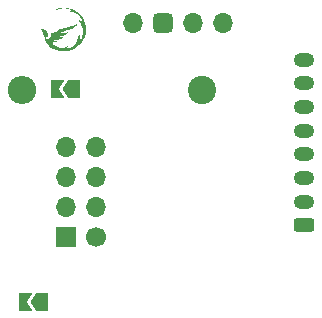
<source format=gbr>
%TF.GenerationSoftware,KiCad,Pcbnew,(6.0.7)*%
%TF.CreationDate,2022-11-17T23:55:45-05:00*%
%TF.ProjectId,SB Quick connect,53422051-7569-4636-9b20-636f6e6e6563,2.0*%
%TF.SameCoordinates,Original*%
%TF.FileFunction,Soldermask,Bot*%
%TF.FilePolarity,Negative*%
%FSLAX46Y46*%
G04 Gerber Fmt 4.6, Leading zero omitted, Abs format (unit mm)*
G04 Created by KiCad (PCBNEW (6.0.7)) date 2022-11-17 23:55:45*
%MOMM*%
%LPD*%
G01*
G04 APERTURE LIST*
G04 Aperture macros list*
%AMRoundRect*
0 Rectangle with rounded corners*
0 $1 Rounding radius*
0 $2 $3 $4 $5 $6 $7 $8 $9 X,Y pos of 4 corners*
0 Add a 4 corners polygon primitive as box body*
4,1,4,$2,$3,$4,$5,$6,$7,$8,$9,$2,$3,0*
0 Add four circle primitives for the rounded corners*
1,1,$1+$1,$2,$3*
1,1,$1+$1,$4,$5*
1,1,$1+$1,$6,$7*
1,1,$1+$1,$8,$9*
0 Add four rect primitives between the rounded corners*
20,1,$1+$1,$2,$3,$4,$5,0*
20,1,$1+$1,$4,$5,$6,$7,0*
20,1,$1+$1,$6,$7,$8,$9,0*
20,1,$1+$1,$8,$9,$2,$3,0*%
%AMFreePoly0*
4,1,6,0.500000,-0.750000,-0.650000,-0.750000,-0.150000,0.000000,-0.650000,0.750000,0.500000,0.750000,0.500000,-0.750000,0.500000,-0.750000,$1*%
%AMFreePoly1*
4,1,6,1.000000,0.000000,0.500000,-0.750000,-0.500000,-0.750000,-0.500000,0.750000,0.500000,0.750000,1.000000,0.000000,1.000000,0.000000,$1*%
G04 Aperture macros list end*
%ADD10O,1.700000X1.700000*%
%ADD11RoundRect,0.425000X-0.425000X0.425000X-0.425000X-0.425000X0.425000X-0.425000X0.425000X0.425000X0*%
%ADD12O,1.750000X1.200000*%
%ADD13RoundRect,0.300000X0.575000X-0.300000X0.575000X0.300000X-0.575000X0.300000X-0.575000X-0.300000X0*%
%ADD14O,2.400000X2.400000*%
%ADD15C,2.400000*%
%ADD16C,1.700000*%
%ADD17R,1.700000X1.700000*%
%ADD18FreePoly0,180.000000*%
%ADD19FreePoly1,180.000000*%
G04 APERTURE END LIST*
%TO.C,G\u002A\u002A\u002A*%
G36*
X71530419Y-21054503D02*
G01*
X71783220Y-21114928D01*
X71820207Y-21126978D01*
X72064387Y-21227488D01*
X72285774Y-21355810D01*
X72482793Y-21509483D01*
X72653867Y-21686047D01*
X72797421Y-21883041D01*
X72911879Y-22098006D01*
X72995665Y-22328480D01*
X73047202Y-22572003D01*
X73064916Y-22826114D01*
X73047229Y-23088354D01*
X73011760Y-23281338D01*
X72936040Y-23525837D01*
X72828316Y-23751093D01*
X72688394Y-23957496D01*
X72516076Y-24145436D01*
X72439779Y-24213851D01*
X72228246Y-24370101D01*
X71995127Y-24499618D01*
X71746347Y-24599400D01*
X71487830Y-24666445D01*
X71466952Y-24670066D01*
X71359980Y-24681347D01*
X71220050Y-24686406D01*
X71045184Y-24685328D01*
X70949636Y-24682913D01*
X70849038Y-24678655D01*
X70769825Y-24672195D01*
X70702863Y-24662447D01*
X70639018Y-24648327D01*
X70569156Y-24628748D01*
X70538233Y-24619237D01*
X70310163Y-24529902D01*
X70108621Y-24415190D01*
X69934508Y-24276086D01*
X69788727Y-24113574D01*
X69672182Y-23928639D01*
X69585773Y-23722266D01*
X69530405Y-23495440D01*
X69526815Y-23475502D01*
X69508354Y-23400373D01*
X69479455Y-23316983D01*
X69437125Y-23217427D01*
X69378372Y-23093800D01*
X69355063Y-23046692D01*
X69309361Y-22956170D01*
X69268766Y-22878076D01*
X69236993Y-22819499D01*
X69217760Y-22787525D01*
X69185827Y-22743106D01*
X69259799Y-22780691D01*
X69271308Y-22786254D01*
X69331622Y-22811524D01*
X69410084Y-22840604D01*
X69492754Y-22868253D01*
X69520543Y-22877197D01*
X69595532Y-22903352D01*
X69656967Y-22927574D01*
X69693677Y-22945564D01*
X69695497Y-22946788D01*
X69735566Y-22989280D01*
X69778470Y-23059592D01*
X69819752Y-23149311D01*
X69854957Y-23250025D01*
X69884660Y-23350138D01*
X69836559Y-23338066D01*
X69820585Y-23334276D01*
X69799322Y-23334514D01*
X69794495Y-23354040D01*
X69801234Y-23401612D01*
X69804184Y-23450428D01*
X69795984Y-23476476D01*
X69781064Y-23474491D01*
X69763962Y-23439823D01*
X69750653Y-23418075D01*
X69717942Y-23402415D01*
X69686242Y-23413979D01*
X69666545Y-23449925D01*
X69662580Y-23501710D01*
X69672722Y-23560561D01*
X69695347Y-23617703D01*
X69728827Y-23664362D01*
X69771540Y-23691764D01*
X69818703Y-23692387D01*
X69881365Y-23668384D01*
X69945191Y-23623934D01*
X69999990Y-23564706D01*
X70028940Y-23520929D01*
X70073899Y-23416306D01*
X70084666Y-23306993D01*
X70062492Y-23185396D01*
X70060794Y-23179282D01*
X70059884Y-23160820D01*
X70074100Y-23150390D01*
X70110871Y-23145231D01*
X70177621Y-23142581D01*
X70243376Y-23138227D01*
X70317310Y-23123796D01*
X70390142Y-23095781D01*
X70471450Y-23050308D01*
X70570816Y-22983500D01*
X70602014Y-22962530D01*
X70700903Y-22907248D01*
X70820411Y-22855620D01*
X70964719Y-22806156D01*
X71138005Y-22757368D01*
X71344448Y-22707764D01*
X71442879Y-22685393D01*
X71615558Y-22644539D01*
X71758225Y-22607839D01*
X71875424Y-22573638D01*
X71971700Y-22540281D01*
X72051597Y-22506113D01*
X72119659Y-22469479D01*
X72180431Y-22428725D01*
X72238457Y-22382195D01*
X72273484Y-22353624D01*
X72309885Y-22328120D01*
X72327386Y-22321682D01*
X72328520Y-22330460D01*
X72313867Y-22364170D01*
X72281966Y-22414920D01*
X72237911Y-22475833D01*
X72186796Y-22540028D01*
X72133713Y-22600626D01*
X72083757Y-22650747D01*
X72019463Y-22705339D01*
X71937851Y-22762940D01*
X71845842Y-22814577D01*
X71738119Y-22862577D01*
X71609367Y-22909266D01*
X71454271Y-22956971D01*
X71267515Y-23008019D01*
X71267406Y-23008048D01*
X71135565Y-23044728D01*
X71027303Y-23079297D01*
X70945907Y-23110496D01*
X70894660Y-23137068D01*
X70876848Y-23157751D01*
X70879879Y-23165545D01*
X70911301Y-23181182D01*
X70972763Y-23191394D01*
X71059230Y-23195564D01*
X71165666Y-23193075D01*
X71266065Y-23183991D01*
X71345558Y-23166526D01*
X71417070Y-23137536D01*
X71458970Y-23118409D01*
X71497799Y-23104942D01*
X71512784Y-23106012D01*
X71505540Y-23119973D01*
X71477823Y-23154271D01*
X71436461Y-23198178D01*
X71411214Y-23222088D01*
X71345558Y-23272935D01*
X71267441Y-23317403D01*
X71171903Y-23357404D01*
X71053980Y-23394847D01*
X70908709Y-23431644D01*
X70731128Y-23469703D01*
X70702076Y-23479858D01*
X70700333Y-23494136D01*
X70730099Y-23508566D01*
X70788392Y-23520503D01*
X70826230Y-23523128D01*
X70906001Y-23521263D01*
X70996879Y-23513378D01*
X71083373Y-23500972D01*
X71149993Y-23485542D01*
X71153203Y-23484581D01*
X71166079Y-23486242D01*
X71153879Y-23503447D01*
X71122247Y-23531805D01*
X71076826Y-23566926D01*
X71023258Y-23604418D01*
X70967187Y-23639892D01*
X70914256Y-23668957D01*
X70877064Y-23686882D01*
X70829983Y-23706537D01*
X70784334Y-23719276D01*
X70730407Y-23726868D01*
X70658493Y-23731080D01*
X70558881Y-23733682D01*
X70550450Y-23733864D01*
X70461787Y-23736897D01*
X70388136Y-23741388D01*
X70336961Y-23746760D01*
X70315729Y-23752438D01*
X70315184Y-23760251D01*
X70336464Y-23781780D01*
X70380685Y-23807027D01*
X70438935Y-23831935D01*
X70502304Y-23852446D01*
X70561882Y-23864505D01*
X70660804Y-23876221D01*
X70531383Y-23919878D01*
X70458522Y-23940744D01*
X70377215Y-23957221D01*
X70312086Y-23963535D01*
X70282005Y-23964251D01*
X70238129Y-23972439D01*
X70224338Y-23993299D01*
X70239629Y-24031213D01*
X70282997Y-24090560D01*
X70362825Y-24177546D01*
X70499374Y-24283305D01*
X70652697Y-24359889D01*
X70817934Y-24406546D01*
X70990222Y-24422524D01*
X71164702Y-24407073D01*
X71336512Y-24359439D01*
X71500792Y-24278872D01*
X71540372Y-24255992D01*
X71581149Y-24236147D01*
X71600419Y-24231975D01*
X71600761Y-24232483D01*
X71589697Y-24248548D01*
X71555762Y-24278570D01*
X71506847Y-24316641D01*
X71450841Y-24356855D01*
X71395637Y-24393305D01*
X71349124Y-24420085D01*
X71316285Y-24438209D01*
X71291678Y-24459297D01*
X71301836Y-24469754D01*
X71345965Y-24469184D01*
X71423270Y-24457189D01*
X71626193Y-24408002D01*
X71819421Y-24334667D01*
X71983490Y-24239486D01*
X72119867Y-24120869D01*
X72230023Y-23977223D01*
X72315427Y-23806958D01*
X72377548Y-23608483D01*
X72417856Y-23380207D01*
X72424309Y-23327895D01*
X72433163Y-23261264D01*
X72439950Y-23225432D01*
X72446244Y-23216339D01*
X72453620Y-23229927D01*
X72463651Y-23262135D01*
X72496647Y-23398348D01*
X72516029Y-23562208D01*
X72509758Y-23708836D01*
X72509662Y-23709508D01*
X72502663Y-23771542D01*
X72501277Y-23815752D01*
X72505808Y-23832607D01*
X72508342Y-23832221D01*
X72533456Y-23812738D01*
X72569344Y-23769786D01*
X72610127Y-23711651D01*
X72649929Y-23646621D01*
X72682870Y-23582982D01*
X72688718Y-23569908D01*
X72743800Y-23402047D01*
X72773044Y-23216114D01*
X72777525Y-23019320D01*
X72758314Y-22818878D01*
X72716485Y-22621999D01*
X72653109Y-22435895D01*
X72569260Y-22267779D01*
X72466009Y-22124863D01*
X72431593Y-22082353D01*
X72411802Y-22049366D01*
X72414675Y-22037025D01*
X72445396Y-22045231D01*
X72499462Y-22074465D01*
X72562473Y-22118532D01*
X72625023Y-22170735D01*
X72677708Y-22224374D01*
X72708682Y-22258149D01*
X72741249Y-22287276D01*
X72758347Y-22294014D01*
X72762765Y-22284567D01*
X72758736Y-22244101D01*
X72738067Y-22182236D01*
X72704003Y-22105426D01*
X72659790Y-22020123D01*
X72608674Y-21932781D01*
X72553900Y-21849854D01*
X72498715Y-21777794D01*
X72412363Y-21685493D01*
X72265507Y-21563591D01*
X72104792Y-21465956D01*
X71936301Y-21395499D01*
X71766117Y-21355130D01*
X71600322Y-21347763D01*
X71582178Y-21348701D01*
X71529863Y-21347551D01*
X71510292Y-21339816D01*
X71520587Y-21327390D01*
X71557874Y-21312166D01*
X71619275Y-21296036D01*
X71701916Y-21280894D01*
X71858807Y-21257069D01*
X71774639Y-21218201D01*
X71675512Y-21179230D01*
X71542738Y-21141152D01*
X71399498Y-21111866D01*
X71254776Y-21092528D01*
X71117556Y-21084295D01*
X70996820Y-21088325D01*
X70901552Y-21105774D01*
X70873779Y-21113736D01*
X70806875Y-21129069D01*
X70753693Y-21136477D01*
X70751728Y-21136596D01*
X70703752Y-21144734D01*
X70635635Y-21162096D01*
X70561451Y-21185120D01*
X70543394Y-21191179D01*
X70477701Y-21211145D01*
X70444207Y-21217711D01*
X70441349Y-21212535D01*
X70467566Y-21197276D01*
X70521296Y-21173591D01*
X70600978Y-21143140D01*
X70759537Y-21093425D01*
X71015825Y-21043817D01*
X71273704Y-21030821D01*
X71530419Y-21054503D01*
G37*
%TD*%
D10*
%TO.C,I\u00B2C*%
X84619469Y-22330407D03*
X82079469Y-22330407D03*
D11*
X79539469Y-22330407D03*
D10*
X76999469Y-22330407D03*
%TD*%
D12*
%TO.C,Toolboard*%
X91540000Y-25445000D03*
X91540000Y-27445000D03*
X91540000Y-29445000D03*
X91540000Y-31445000D03*
X91540000Y-33445000D03*
X91540000Y-35445000D03*
X91540000Y-37445000D03*
D13*
X91540000Y-39445000D03*
%TD*%
D14*
%TO.C,R1*%
X67610000Y-27975000D03*
D15*
X82850000Y-27975000D03*
%TD*%
D16*
%TO.C,J1*%
X73881315Y-40445026D03*
D17*
X71341315Y-40445026D03*
D10*
X73881315Y-37905026D03*
X71341315Y-37905026D03*
X73881315Y-35365026D03*
X71341315Y-35365026D03*
X73881315Y-32825026D03*
X71341315Y-32825026D03*
%TD*%
D18*
%TO.C,R Bypass*%
X70575000Y-27925000D03*
D19*
X72025000Y-27925000D03*
%TD*%
D18*
%TO.C,LED Bypass*%
X67855000Y-45910000D03*
D19*
X69305000Y-45910000D03*
%TD*%
M02*

</source>
